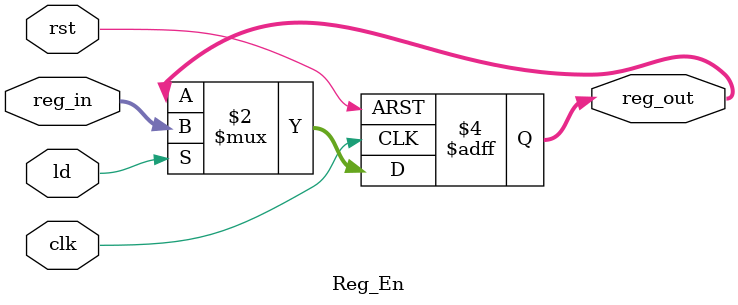
<source format=v>
module Reg_En (clk, rst, ld, reg_in, reg_out);
  input clk, rst, ld;
  input [31:0] reg_in;
  output reg [31:0] reg_out;

  always @(posedge clk, posedge rst) begin
    if (rst) reg_out <= 0;
    else if (ld) reg_out <= reg_in;
  end

endmodule


</source>
